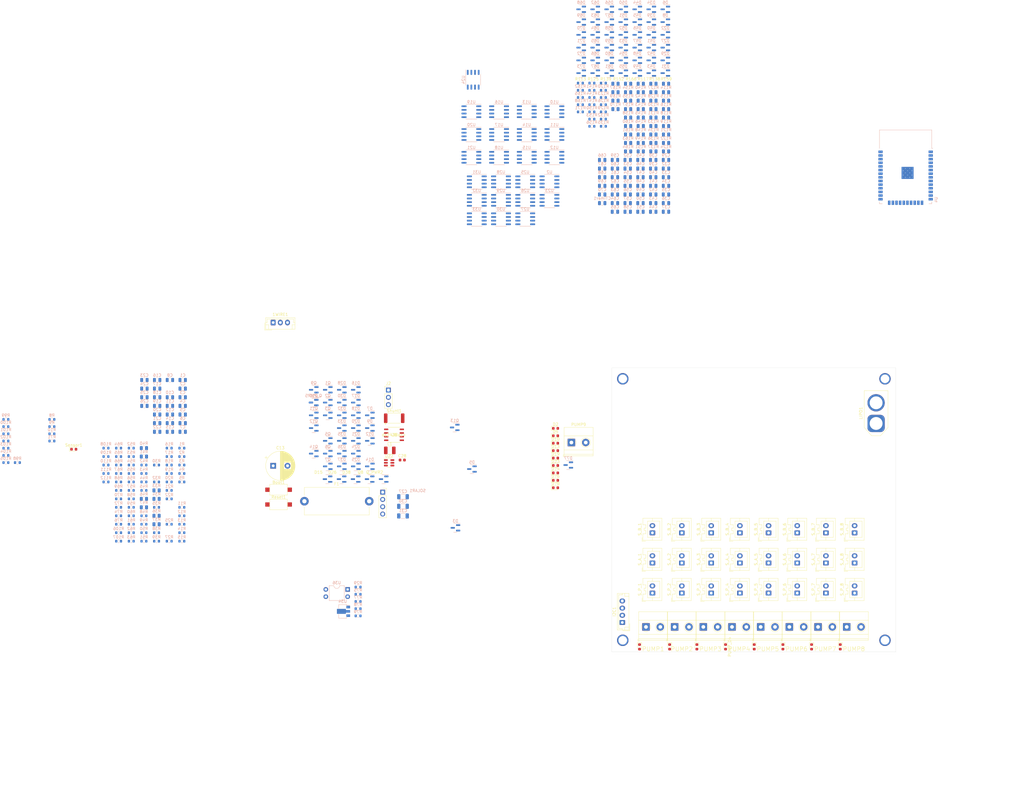
<source format=kicad_pcb>
(kicad_pcb (version 20221018) (generator pcbnew)
  (layers (0 "F.Cu" signal) (31 "B.Cu" signal) (34 "B.Paste" user) (35 "F.Paste" user) (36 "B.SilkS" user "B.Silkscreen") (37 "F.SilkS" user "F.Silkscreen") (38 "B.Mask" user) (39 "F.Mask" user) (44 "Edge.Cuts" user))
  (net 0 "")
  (net 1 "PLANT1_PUMP")
  (net 2 "Net-(U4-IO0)")
  (net 3 "Net-(U4-EN)")
  (net 4 "12V")
  (net 6 "Net-(U6-VSENS-)")
  (net 7 "GND")
  (net 8 "Net-(S_A_1-Pin_1)")
  (net 9 "Net-(U10-CV)")
  (net 10 "PLANT_CTRL_PUMP_0")
  (net 11 "PUMP_PWR")
  (net 12 "PWR_PUMP_CONVERTER")
  (net 13 "3_3V")
  (net 14 "Temp")
  (net 15 "PLANT0_PUMP")
  (net 16 "PWR_SENSORS")
  (net 17 "Net-(S_B_1-Pin_1)")
  (net 18 "PLANT_CTRL_PUMP_1")
  (net 19 "Net-(U6-VAD)")
  (net 20 "Net-(U22-EN)")
  (net 21 "Net-(U22-BST)")
  (net 22 "Net-(U22-SW)")
  (net 23 "Net-(PUMP2-Pin_1)")
  (net 24 "PUMP_ENABLE")
  (net 25 "SENSORS_ENABLE")
  (net 26 "VCC_BATT")
  (net 27 "Net-(PUMP3-Pin_1)")
  (net 28 "Net-(PUMP4-Pin_1)")
  (net 29 "Net-(PUMP1-Pin_1)")
  (net 30 "Net-(PUMP5-Pin_1)")
  (net 31 "Net-(PUMP6-Pin_1)")
  (net 32 "Net-(PUMP7-Pin_1)")
  (net 33 "Net-(PUMP8-Pin_1)")
  (net 34 "SIGNAL_NEXT")
  (net 35 "SerialOut")
  (net 36 "Clock")
  (net 37 "Latch")
  (net 38 "Net-(Q1-G)")
  (net 39 "Net-(D13-A)")
  (net 40 "VCC")
  (net 41 "Net-(Q2-G)")
  (net 42 "SOLAR_IN")
  (net 43 "Rsense+")
  (net 44 "ESP_RX")
  (net 45 "ESP_TX")
  (net 46 "Net-(Boot1-Pad2)")
  (net 47 "VCC_FUSED_ALWAYS")
  (net 48 "PWR_I2C")
  (net 49 "SDA")
  (net 50 "SCL")
  (net 51 "Net-(Q2-D)")
  (net 52 "Net-(Q3-G)")
  (net 53 "Net-(D10-K)")
  (net 54 "Net-(Q5-G)")
  (net 55 "Net-(Q6-G)")
  (net 56 "Net-(Q7-G)")
  (net 57 "Net-(Q8-G)")
  (net 58 "Net-(Q9-G)")
  (net 59 "Net-(Q10-G)")
  (net 60 "Net-(Q11-G)")
  (net 61 "Net-(Q12-G)")
  (net 62 "Net-(Q12-D)")
  (net 63 "Net-(Q13-G)")
  (net 64 "Net-(Q14-G)")
  (net 65 "Net-(D78-A)")
  (net 66 "CentralPump")
  (net 67 "Net-(Q_PWR2-G)")
  (net 68 "Net-(Q_PWR5-G)")
  (net 69 "Net-(C5-Pad2)")
  (net 70 "Net-(I2C2-A)")
  (net 71 "Net-(Sensor1-A)")
  (net 72 "Net-(U11-CV)")
  (net 73 "Net-(D19-A)")
  (net 74 "PUMP1")
  (net 75 "Net-(PUMP_D1-A)")
  (net 76 "Net-(D23-A)")
  (net 77 "PUMP3")
  (net 78 "Net-(PUMP_D3-A)")
  (net 79 "Net-(R1-Pad1)")
  (net 80 "Net-(R14-Pad2)")
  (net 81 "PUMP4")
  (net 82 "Net-(PUMP_D4-A)")
  (net 83 "PUMP5")
  (net 84 "Net-(PUMP_D5-A)")
  (net 85 "PUMP6")
  (net 86 "Net-(PUMP_D6-A)")
  (net 87 "PUMP7")
  (net 88 "Net-(PUMP_D7-A)")
  (net 89 "PUMP8")
  (net 90 "Net-(PUMP_D8-A)")
  (net 91 "PUMP2")
  (net 92 "Net-(PUMP_D2-A)")
  (net 103 "FAULT")
  (net 112 "SIGNAL")
  (net 113 "SerialIn")
  (net 117 "SENSOR1_PUMP_END")
  (net 118 "SENSOR1_A")
  (net 119 "SENSOR1_B")
  (net 120 "SENSOR2_PUMP_END")
  (net 121 "SENSOR2_A")
  (net 122 "SENSOR2_B")
  (net 123 "SENSOR3_PUMP_END")
  (net 124 "SENSOR3_A")
  (net 125 "SENSOR3_B")
  (net 126 "SENSOR4_PUMP_END")
  (net 127 "SENSOR4_A")
  (net 128 "SENSOR4_B")
  (net 129 "SENSOR5_PUMP_END")
  (net 130 "SENSOR5_A")
  (net 131 "SENSOR5_B")
  (net 132 "SENSOR6_PUMP_END")
  (net 133 "SENSOR6_A")
  (net 134 "SENSOR6_B")
  (net 135 "SENSOR7_PUMP_END")
  (net 136 "SENSOR7_A")
  (net 137 "SENSOR7_B")
  (net 138 "SENSOR8_PUMP_END")
  (net 139 "SENSOR8_A")
  (net 140 "SENSOR8_B")
  (net 141 "Net-(D13-K)")
  (net 142 "Net-(R29-Pad2)")
  (net 143 "Net-(D10-A)")
  (net 144 "Net-(D2-K)")
  (net 145 "Net-(SD1-K)")
  (net 146 "Net-(S_P_2-Pin_1)")
  (net 147 "Net-(U12-CV)")
  (net 148 "Net-(S_A_2-Pin_1)")
  (net 149 "Net-(U13-CV)")
  (net 150 "Net-(U2-CV)")
  (net 151 "Net-(S_B_2-Pin_1)")
  (net 152 "Net-(U14-CV)")
  (net 153 "Net-(S_P_3-Pin_1)")
  (net 154 "Net-(U15-CV)")
  (net 155 "Net-(S_A_3-Pin_1)")
  (net 156 "Net-(U16-CV)")
  (net 157 "Net-(S_B_3-Pin_1)")
  (net 158 "Net-(U17-CV)")
  (net 159 "Net-(S_P_4-Pin_1)")
  (net 160 "Net-(U18-CV)")
  (net 161 "Net-(S_A_4-Pin_1)")
  (net 162 "Net-(U19-CV)")
  (net 163 "Net-(S_B_4-Pin_1)")
  (net 164 "Net-(U20-CV)")
  (net 165 "Net-(S_P_5-Pin_1)")
  (net 166 "Net-(U21-CV)")
  (net 167 "Net-(S_A_5-Pin_1)")
  (net 168 "Net-(U23-CV)")
  (net 169 "Net-(P_FAULT1-K)")
  (net 170 "Net-(P_FAULT2-K)")
  (net 171 "Net-(P_FAULT3-K)")
  (net 172 "Net-(P_FAULT4-K)")
  (net 173 "Net-(P_FAULT5-K)")
  (net 174 "Net-(P_FAULT6-K)")
  (net 175 "Net-(P_FAULT7-K)")
  (net 176 "Net-(P_FAULT8-K)")
  (net 177 "Net-(S_B_5-Pin_1)")
  (net 178 "Net-(U24-CV)")
  (net 179 "Net-(S_P_6-Pin_1)")
  (net 180 "Net-(U25-CV)")
  (net 181 "Net-(S_A_6-Pin_1)")
  (net 182 "Net-(U26-CV)")
  (net 183 "Net-(S_B_6-Pin_1)")
  (net 184 "Net-(U27-CV)")
  (net 185 "Net-(S_P_7-Pin_1)")
  (net 186 "Net-(U28-CV)")
  (net 187 "Net-(S_A_7-Pin_1)")
  (net 188 "Net-(U29-CV)")
  (net 189 "Net-(S_B_7-Pin_1)")
  (net 190 "Net-(U30-CV)")
  (net 191 "Net-(S_P_8-Pin_1)")
  (net 192 "Net-(U31-CV)")
  (net 193 "Net-(S_A_8-Pin_1)")
  (net 194 "Net-(U32-CV)")
  (net 195 "Net-(S_B_8-Pin_1)")
  (net 196 "Net-(U33-CV)")
  (net 197 "Net-(S_P_1-Pin_1)")
  (net 198 "Net-(S_P_1-Pin_2)")
  (net 199 "Net-(S_A_1-Pin_2)")
  (net 200 "Net-(S_B_1-Pin_2)")
  (net 201 "Net-(S_P_2-Pin_2)")
  (net 202 "Net-(S_A_2-Pin_2)")
  (net 203 "Net-(S_B_2-Pin_2)")
  (net 204 "Net-(S_P_3-Pin_2)")
  (net 205 "Net-(S_A_3-Pin_2)")
  (net 206 "Net-(S_B_3-Pin_2)")
  (net 207 "Net-(S_P_4-Pin_2)")
  (net 208 "Net-(S_A_4-Pin_2)")
  (net 209 "Net-(S_B_4-Pin_2)")
  (net 210 "Net-(S_P_5-Pin_2)")
  (net 211 "Net-(S_A_5-Pin_2)")
  (net 212 "Net-(S_B_5-Pin_2)")
  (net 213 "Net-(S_P_6-Pin_2)")
  (net 214 "Net-(S_A_6-Pin_2)")
  (net 215 "Net-(S_B_6-Pin_2)")
  (net 216 "Net-(S_P_7-Pin_2)")
  (net 217 "Net-(S_A_7-Pin_2)")
  (net 218 "Net-(S_B_7-Pin_2)")
  (net 219 "Net-(S_P_8-Pin_2)")
  (net 220 "Net-(S_A_8-Pin_2)")
  (net 221 "Net-(S_B_8-Pin_2)")
  (net 222 "Net-(U10-Q)")
  (net 223 "Net-(SD25-K)")
  (net 224 "Net-(U11-Q)")
  (net 225 "Net-(SD26-K)")
  (net 226 "Net-(U12-Q)")
  (net 227 "Net-(SD27-K)")
  (net 228 "Net-(U13-Q)")
  (net 229 "Net-(SD28-K)")
  (net 230 "Net-(U2-Q)")
  (net 231 "Net-(U14-Q)")
  (net 232 "Net-(SD29-K)")
  (net 233 "Net-(U15-Q)")
  (net 234 "Net-(SD30-K)")
  (net 235 "Net-(U16-Q)")
  (net 236 "Net-(SD31-K)")
  (net 237 "Net-(U17-Q)")
  (net 238 "Net-(SD32-K)")
  (net 239 "Net-(U18-Q)")
  (net 240 "Net-(SD33-K)")
  (net 241 "Net-(U19-Q)")
  (net 242 "Net-(SD34-K)")
  (net 243 "Net-(U20-Q)")
  (net 244 "Net-(SD35-K)")
  (net 245 "Net-(U21-Q)")
  (net 246 "Net-(SD36-K)")
  (net 247 "Net-(U23-Q)")
  (net 248 "Net-(SD37-K)")
  (net 249 "Net-(U24-Q)")
  (net 250 "Net-(SD38-K)")
  (net 251 "Net-(U25-Q)")
  (net 252 "Net-(SD39-K)")
  (net 253 "Net-(U26-Q)")
  (net 254 "Net-(SD40-K)")
  (net 255 "Net-(U27-Q)")
  (net 256 "Net-(SD41-K)")
  (net 257 "Net-(U28-Q)")
  (net 258 "Net-(SD42-K)")
  (net 259 "Net-(U29-Q)")
  (net 260 "Net-(SD43-K)")
  (net 261 "Net-(U30-Q)")
  (net 262 "Net-(SD44-K)")
  (net 263 "Net-(U31-Q)")
  (net 264 "Net-(SD45-K)")
  (net 265 "Net-(U32-Q)")
  (net 266 "Net-(SD46-K)")
  (net 267 "Net-(U33-Q)")
  (net 268 "Net-(SD47-K)")
  (net 293 "Net-(D74-K)")
  (net 294 "S_5V")
  (net 295 "Net-(D76-A)")
  (net 296 "Net-(R77-Pad2)")
  (net 297 "IsDay")
  (net 298 "Net-(R78-Pad2)")
  (net 299 "S_GND")
  (net 300 "S_VIN")
  (net 301 "Net-(D76-K)")
  (footprint "Button_Switch_SMD:SW_SPST_CK_RS282G05A3" (layer "F.Cu") (at 53.975 88.285)
    (fp_text reference "Reset1")
    (fp_text value "SW_Push")
  )
  (footprint "LED_SMD:LED_0603_1608Metric" (layer "F.Cu") (at 150.55 66.91)
    (fp_text reference "D10")
    (fp_text value "RED")
  )
  (footprint "Button_Switch_SMD:SW_SPST_CK_RS282G05A3" (layer "F.Cu") (at 53.975 83.135)
    (fp_text reference "Boot1")
    (fp_text value "Boot")
  )
  (footprint "Connector_JST:JST_XA_B02B-XASK-1_1x02_P2.50mm_Vertical" (layer "F.Cu") (at 224.83 119.17 90)
    (fp_text reference "S_P_5")
    (fp_text value "Conn_01x02_Male")
  )
  (footprint "Connector_AMASS:AMASS_XT60-M_1x02_P7.20mm_Vertical" (layer "F.Cu") (at 262.33 60.02 90)
    (fp_text reference "LIPO1")
    (fp_text value "Conn_01x02_Female")
  )
  (footprint "Connector_JST:JST_XA_B02B-XASK-1_1x02_P2.50mm_Vertical" (layer "F.Cu") (at 244.83 98.17 90)
    (fp_text reference "S_B_7")
    (fp_text value "Conn_01x02_Male")
  )
  (footprint "LED_SMD:LED_0603_1608Metric" (layer "F.Cu") (at 150.55 69.5)
    (fp_text reference "D13")
    (fp_text value "GREEN")
  )
  (footprint "Connector_JST:JST_XA_B02B-XASK-1_1x02_P2.50mm_Vertical" (layer "F.Cu") (at 254.83 108.67 90)
    (fp_text reference "S_A_8")
    (fp_text value "Conn_01x02_Male")
  )
  (footprint "Capacitor_THT:CP_Radial_D10.0mm_P5.00mm" (layer "F.Cu") (at 52.089646 74.785)
    (fp_text reference "C13")
    (fp_text value "1000uF")
  )
  (footprint "TerminalBlock_Phoenix:TerminalBlock_Phoenix_MKDS-1,5-2_1x02_P5.00mm_Horizontal" (layer "F.Cu") (at 232.08 130.975)
    (fp_text reference "PUMP6")
    (fp_text value "Conn_01x02")
  )
  (footprint "TerminalBlock_Phoenix:TerminalBlock_Phoenix_MKDS-1,5-2_1x02_P5.00mm_Horizontal" (layer "F.Cu") (at 242.08 130.975)
    (fp_text reference "PUMP7")
    (fp_text value "Conn_01x02")
  )
  (footprint "LED_SMD:LED_0603_1608Metric" (layer "F.Cu") (at 150.55 72.09)
    (fp_text reference "D19")
    (fp_text value "LED_Blue")
  )
  (footprint "TerminalBlock_Phoenix:TerminalBlock_Phoenix_MKDS-1,5-2_1x02_P5.00mm_Horizontal" (layer "F.Cu") (at 156.08 66.67)
    (fp_text reference "PUMP9")
    (fp_text value "Conn_01x02")
  )
  (footprint "Connector_JST:JST_XA_B02B-XASK-1_1x02_P2.50mm_Vertical" (layer "F.Cu") (at 194.58 98.17 90)
    (fp_text reference "S_B_2")
    (fp_text value "Conn_01x02_Male")
  )
  (footprint "LED_SMD:LED_0603_1608Metric" (layer "F.Cu") (at 150.55 79.86)
    (fp_text reference "D76")
    (fp_text value "YELLOW")
  )
  (footprint "Connector_JST:JST_EH_B3B-EH-A_1x03_P2.50mm_Vertical" (layer "F.Cu") (at 52.075 24.835)
    (fp_text reference "1WIRE1")
    (fp_text value "Conn_01x03")
  )
  (footprint "Connector_JST:JST_EH_B4B-EH-A_1x04_P2.50mm_Vertical" (layer "F.Cu") (at 173.83 129.42 90)
    (fp_text reference "I2C1")
    (fp_text value "Conn_01x04")
  )
  (footprint "LED_SMD:LED_0603_1608Metric" (layer "F.Cu") (at 150.55 61.73)
    (fp_text reference "D2")
    (fp_text value "YELLOW")
  )
  (footprint "Inductor_SMD:L_1210_3225Metric" (layer "F.Cu") (at 92.745 69.415)
    (fp_text reference "L1")
    (fp_text value "4.7uH")
  )
  (footprint "LED_SMD:LED_0603_1608Metric" (layer "F.Cu") (at 229.83 137.92 -90)
    (fp_text reference "PUMP_D6" hide)
    (fp_text value "BLUE")
  )
  (footprint "Connector_JST:JST_XA_B02B-XASK-1_1x02_P2.50mm_Vertical" (layer "F.Cu") (at 244.83 119.17 90)
    (fp_text reference "S_P_7")
    (fp_text value "Conn_01x02_Male")
  )
  (footprint "Connector_JST:JST_XA_B02B-XASK-1_1x02_P2.50mm_Vertical" (layer "F.Cu") (at 224.83 108.67 90)
    (fp_text reference "S_A_5")
    (fp_text value "Conn_01x02_Male")
  )
  (footprint "TerminalBlock_Phoenix:TerminalBlock_Phoenix_MKDS-1,5-2_1x02_P5.00mm_Horizontal" (layer "F.Cu") (at 222.08 130.975)
    (fp_text reference "PUMP5")
    (fp_text value "Conn_01x02")
  )
  (footprint "LED_SMD:LED_0603_1608Metric" (layer "F.Cu") (at 190.33 137.92 -90)
    (fp_text reference "PUMP_D2" hide)
    (fp_text value "BLUE")
  )
  (footprint "Connector_JST:JST_XA_B02B-XASK-1_1x02_P2.50mm_Vertical" (layer "F.Cu") (at 184.33 119.17 90)
    (fp_text reference "S_P_1")
    (fp_text value "Conn_01x02_Male")
  )
  (footprint "misc_footprints:ds2438az&plus_" (layer "F.Cu") (at 94.2246 63.9821)
    (fp_text reference "U6")
    (fp_text value "ds2438az+")
  )
  (footprint "TerminalBlock_Phoenix:TerminalBlock_Phoenix_MKDS-1,5-2_1x02_P5.00mm_Horizontal" (layer "F.Cu") (at 212.08 130.975)
    (fp_text reference "PUMP4")
    (fp_text value "Conn_01x02")
  )
  (footprint "LED_SMD:LED_0603_1608Metric" (layer "F.Cu") (at 179.83 137.92 -90)
    (fp_text reference "PUMP_D1" hide)
    (fp_text value "BLUE" hide)
  )
  (footprint "TerminalBlock_Phoenix:TerminalBlock_Phoenix_MKDS-1,5-2_1x02_P5.00mm_Horizontal" (layer "F.Cu") (at 192.08 130.975)
    (fp_text reference "PUMP2")
    (fp_text value "Conn_01x02")
  )
  (footprint "TerminalBlock_Phoenix:TerminalBlock_Phoenix_MKDS-1,5-2_1x02_P5.00mm_Horizontal" (layer "F.Cu") (at 252.08 130.975)
    (fp_text reference "PUMP8")
    (fp_text value "Conn_01x02")
  )
  (footprint "Connector_JST:JST_XA_B02B-XASK-1_1x02_P2.50mm_Vertical" (layer "F.Cu") (at 254.83 119.17 90)
    (fp_text reference "S_P_8")
    (fp_text value "Conn_01x02_Male")
  )
  (footprint "Connector_JST:JST_XA_B02B-XASK-1_1x02_P2.50mm_Vertical" (layer "F.Cu") (at 184.33 108.67 90)
    (fp_text reference "S_A_1")
    (fp_text value "Conn_01x02_Male")
  )
  (footprint "LED_SMD:LED_0603_1608Metric" (layer "F.Cu") (at 209.83 137.92 -90)
    (fp_text reference "PUMP_D4")
    (fp_text value "BLUE")
  )
  (footprint "Connector_JST:JST_XA_B02B-XASK-1_1x02_P2.50mm_Vertical" (layer "F.Cu") (at 234.83 98.17 90)
    (fp_text reference "S_B_6")
    (fp_text value "Conn_01x02_Male")
  )
  (footprint "Connector_JST:JST_XA_B02B-XASK-1_1x02_P2.50mm_Vertical" (layer "F.Cu") (at 194.58 119.17 90)
    (fp_text reference "S_P_2")
    (fp_text value "Conn_01x02_Male")
  )
  (footprint "LED_SMD:LED_0603_1608Metric" (layer "F.Cu") (at 239.83 137.92 -90)
    (fp_text reference "PUMP_D7" hide)
    (fp_text value "BLUE")
  )
  (footprint "Connector_PinSocket_2.54mm:PinSocket_1x04_P2.54mm_Vertical" (layer "F.Cu") (at 90.275 83.985)
    (fp_text reference "SOLAR1")
    (fp_text value "Conn_01x04")
  )
  (footprint "Connector_JST:JST_XA_B02B-XASK-1_1x02_P2.50mm_Vertical" (layer "F.Cu") (at 254.83 98.17 90)
    (fp_text reference "S_B_8")
    (fp_text value "Conn_01x02_Male")
  )
  (footprint "Connector_JST:JST_XA_B02B-XASK-1_1x02_P2.50mm_Vertical" (layer "F.Cu") (at 214.83 119.17 90)
    (fp_text reference "S_P_4")
    (fp_text value "Conn_01x02_Male")
  )
  (footprint "Connector_JST:JST_XA_B02B-XASK-1_1x02_P2.50mm_Vertical" (layer "F.Cu") (at 204.83 119.17 90)
    (fp_text reference "S_P_3")
    (fp_text value "Conn_01x02_Male")
  )
  (footprint "Connector_JST:JST_XA_B02B-XASK-1_1x02_P2.50mm_Vertical" (layer "F.Cu") (at 184.33 98.17 90)
    (fp_text reference "S_B_1")
    (fp_text value "Conn_01x02_Male")
  )
  (footprint "Connector_JST:JST_XA_B02B-XASK-1_1x02_P2.50mm_Vertical" (layer "F.Cu") (at 214.83 108.67 90)
    (fp_text reference "S_A_4")
    (fp_text value "Conn_01x02_Male")
  )
  (footprint "LED_SMD:LED_0603_1608Metric" (layer "F.Cu") (at 150.55 77.27)
    (fp_text reference "D74")
    (fp_text value "GREEN")
  )
  (footprint "Connector_JST:JST_XA_B02B-XASK-1_1x02_P2.50mm_Vertical" (layer "F.Cu") (at 224.83 98.17 90)
    (fp_text reference "S_B_5")
    (fp_text value "Conn_01x02_Male")
  )
  (footprint "LED_SMD:LED_0603_1608Metric" (layer "F.Cu") (at 199.83 137.92 -90)
    (fp_text reference "PUMP_D3" hide)
    (fp_text value "BLUE")
  )
  (footprint "Resistor_SMD:R_2512_6332Metric" (layer "F.Cu") (at 94.285 58.205)
    (fp_text reference "Shunt1")
    (fp_text value "0.025")
  )
  (footprint "LED_SMD:LED_0603_1608Metric" (layer "F.Cu") (at 150.55 82.45)
    (fp_text reference "D78")
    (fp_text value "BLUE")
  )
  (footprint "Connector_PinHeader_2.54mm:PinHeader_1x03_P2.54mm_Vertical" (layer "F.Cu") (at 92.265 48.385)
    (fp_text reference "J2")
    (fp_text value "Conn_01x03_Female")
  )
  (footprint "Connector_JST:JST_XA_B02B-XASK-1_1x02_P2.50mm_Vertical" (layer "F.Cu") (at 204.83 108.67 90)
    (fp_text reference "S_A_3")
    (fp_text value "Conn_01x02_Male")
  )
  (footprint "LED_SMD:LED_0603_1608Metric" (layer "F.Cu") (at 150.55 74.68)
    (fp_text reference "D23")
    (fp_text value "LED")
  )
  (footprint "Connector_JST:JST_XA_B02B-XASK-1_1x02_P2.50mm_Vertical" (layer "F.Cu") (at 234.83 108.67 90)
    (fp_text reference "S_A_6")
    (fp_text value "Conn_01x02_Male")
  )
  (footprint "TerminalBlock_Phoenix:TerminalBlock_Phoenix_MKDS-1,5-2_1x02_P5.00mm_Horizontal" (layer "F.Cu") (at 182.08 130.975)
    (fp_text reference "PUMP1")
    (fp_text value "Conn_01x02")
  )
  (footprint "Connector_JST:JST_XA_B02B-XASK-1_1x02_P2.50mm_Vertical" (layer "F.Cu") (at 194.58 108.67 90)
    (fp_text reference "S_A_2")
    (fp_text value "Conn_01x02_Male")
  )
  (footprint "LED_SMD:LED_0603_1608Metric" (layer "F.Cu") (at -17.455 69.01)
    (fp_text reference "Sensor1")
    (fp_text value "LED_green")
  )
  (footprint "TerminalBlock_Phoenix:TerminalBlock_Phoenix_MKDS-1,5-2_1x02_P5.00mm_Horizontal" (layer "F.Cu") (at 202.08 130.975)
    (fp_text reference "PUMP3")
    (fp_text value "Conn_01x02")
  )
  (footprint "LED_SMD:LED_0603_1608Metric" (layer "F.Cu") (at 219.83 137.92 -90)
    (fp_text reference "PUMP_D5" hide)
    (fp_text value "BLUE")
  )
  (footprint "LED_SMD:LED_0603_1608Metric" (layer "F.Cu") (at 249.83 137.92 -90)
    (fp_text reference "PUMP_D8" hide)
    (fp_text value "BLUE")
  )
  (footprint "Capacitor_SMD:C_0603_1608Metric" (layer "F.Cu") (at 97.095 72.775)
    (fp_text reference "C28")
    (fp_text value "100nF")
  )
  (footprint "Connector_JST:JST_XA_B02B-XASK-1_1x02_P2.50mm_Vertical" (layer "F.Cu") (at 214.83 98.17 90)
    (fp_text reference "S_B_4")
    (fp_text value "Conn_01x02_Male")
  )
  (footprint "Fuse:Fuseholder_Cylinder-5x20mm_Stelvio-Kontek_PTF78_Horizontal_Open" (layer "F.Cu") (at 62.975 87.135)
    (fp_text reference "F1")
    (fp_text value "Fuse")
  )
  (footprint "Connector_JST:JST_XA_B02B-XASK-1_1x02_P2.50mm_Vertical" (layer "F.Cu") (at 244.83 108.67 90)
    (fp_text reference "S_A_7")
    (fp_text value "Conn_01x02_Male")
  )
  (footprint "LED_SMD:LED_0603_1608Metric" (layer "F.Cu") (at 150.55 64.32)
    (fp_text reference "D4")
    (fp_text value "RED")
  )
  (footprint "Package_TO_SOT_SMD:TSOT-23-6" (layer "F.Cu") (at 92.515 73.745)
    (fp_text reference "U22")
    (fp_text value "AP63203")
  )
  (footprint "Connector_JST:JST_XA_B02B-XASK-1_1x02_P2.50mm_Vertical" (layer "F.Cu") (at 234.83 119.17 90)
    (fp_text reference "S_P_6")
    (fp_text value "Conn_01x02_Male")
  )
  (footprint "Connector_JST:JST_XA_B02B-XASK-1_1x02_P2.50mm_Vertical" (layer "F.Cu") (at 204.83 98.17 90)
    (fp_text reference "S_B_3")
    (fp_text value "Conn_01x02_Male")
  )
  (footprint "Resistor_SMD:R_0805_2012Metric" (layer "B.Cu") (at 7.01 68.62 180)
    (fp_text reference "R40")
    (fp_text value "1k")
  )
  (footprint "Resistor_SMD:R_0603_1608Metric" (layer "B.Cu") (at 11.42 80.42 180)
    (fp_text reference "R32")
    (fp_text value "1k")
  )
  (footprint "Package_TO_SOT_SMD:SOT-23" (layer "B.Cu") (at 85.795478 61.635 180)
    (fp_text reference "D9")
    (fp_text value "BAS40-04")
  )
  (footprint "Resistor_SMD:R_0603_1608Metric" (layer "B.Cu") (at 167.23 -56.15 180)
    (fp_text reference "R120")
    (fp_text value "1k")
  )
  (footprint "Package_TO_SOT_SMD:SOT-23" (layer "B.Cu") (at 179.06 -71.04 180)
    (fp_text reference "D47")
    (fp_text value "BAS40-04")
  )
  (footprint "Package_TO_SOT_SMD:SOT-23" (layer "B.Cu") (at 75.944048 79.435 180)
    (fp_text reference "Q8")
    (fp_text value "N-channel 30V 5A")
  )
  (footprint "Resistor_SMD:R_0805_2012Metric" (layer "B.Cu") (at 175.85 -43.69 180)
    (fp_text reference "R160")
    (fp_text value "1k")
  )
  (footprint "Resistor_SMD:R_0805_2012Metric" (layer "B.Cu") (at 175.85 -37.79 180)
    (fp_text reference "R163")
    (fp_text value "1k")
  )
  (footprint "Package_SO:SO-8_3.9x4.9mm_P1.27mm" (layer "B.Cu") (at 150.155 -32.785 180)
    (fp_text reference "U12")
    (fp_text value "TLC555xP")
  )
  (footprint "Capacitor_SMD:C_0805_2012Metric" (layer "B.Cu") (at 166.81 -31.86 180)
    (fp_text reference "C66")
    (fp_text value "100n")
  )
  (footprint "Capacitor_SMD:C_0805_2012Metric" (layer "B.Cu") (at 20.53 47.88 180)
    (fp_text reference "C2")
    (fp_text value "100n")
  )
  (footprint "Resistor_SMD:R_0603_1608Metric" (layer "B.Cu") (at 20.24 92.22 180)
    (fp_text reference "R12")
    (fp_text value "2k2")
  )
  (footprint "Capacitor_SMD:C_0805_2012Metric" (layer "B.Cu") (at 20.53 59.92 180)
    (fp_text reference "C6")
    (fp_text value "22uf")
  )
  (footprint "Resistor_SMD:R_0603_1608Metric" (layer "B.Cu") (at 20.24 71.57 180)
    (fp_text reference "R2")
    (fp_text value "1k")
  )
  (footprint "Package_SO:SO-8_3.9x4.9mm_P1.27mm" (layer "B.Cu") (at 139.98 -11.34 180)
    (fp_text reference "U27")
    (fp_text value "TLC555xP")
  )
  (footprint "Resistor_SMD:R_0805_2012Metric" (layer "B.Cu") (at 184.67 -55.49 180)
    (fp_text reference "R127")
    (fp_text value "1k")
  )
  (footprint "Resistor_SMD:R_0603_1608Metric" (layer "B.Cu") (at 15.83 83.37 180)
    (fp_text reference "R21")
    (fp_text value "1k")
  )
  (footprint "Resistor_SMD:R_0603_1608Metric" (layer "B.Cu") (at 167.23 -46.11 180)
    (fp_text reference "R132")
    (fp_text value "1k")
  )
  (footprint "Resistor_SMD:R_0805_2012Metric" (layer "B.Cu") (at 180.26 -52.54 180)
    (fp_text reference "R142")
    (fp_text value "1k")
  )
  (footprint "Capacitor_SMD:C_0805_2012Metric" (layer "B.Cu") (at 166.81 -19.82 180)
    (fp_text reference "C70")
    (fp_text value "100n")
  )
  (footprint "Resistor_SMD:R_0603_1608Metric" (layer "B.Cu") (at -41.11881 73.67 180)
    (fp_text reference "R105")
    (fp_text value "1k")
  )
  (footprint "Package_TO_SOT_SMD:SOT-23" (layer "B.Cu") (at 80.905478 57.185 180)
    (fp_text reference "D18")
    (fp_text value "BAS40-04")
  )
  (footprint "Capacitor_SMD:C_0805_2012Metric" (layer "B.Cu") (at 171.26 -19.82 180)
    (fp_text reference "C63")
    (fp_text value "100n")
  )
  (footprint "Capacitor_SMD:C_0805_2012Metric" (layer "B.Cu") (at 184.61 -31.86 180)
    (fp_text reference "C38")
    (fp_text value "100n")
  )
  (footprint "Capacitor_SMD:C_0805_2012Metric" (layer "B.Cu") (at 16.08 44.87 180)
    (fp_text reference "C8")
    (fp_text value "22uf")
  )
  (footprint "Resistor_SMD:R_0603_1608Metric" (layer "B.Cu") (at 2.6 98.12 180)
    (fp_text reference "R62")
    (fp_text value "10k")
  )
  (footprint "Package_TO_SOT_SMD:SOT-23" (layer "B.Cu") (at 174.17 -84.39 180)
    (fp_text reference "D50")
    (fp_text value "BAS40-04")
  )
  (footprint "Resistor_SMD:R_0603_1608Metric" (layer "B.Cu") (at 163.22 -51.13 180)
    (fp_text reference "R147")
    (fp_text value "1k")
  )
  (footprint "Package_TO_SOT_SMD:SOT-23" (layer "B.Cu") (at 174.17 -79.94 180)
    (fp_text reference "D51")
    (fp_text value "BAS40-04")
  )
  (footprint "Capacitor_SMD:C_0805_2012Metric" (layer "B.Cu") (at 166.81 -22.83 180)
    (fp_text reference "C69")
    (fp_text value "100n")
  )
  (footprint "Package_TO_SOT_SMD:SOT-23" (layer "B.Cu") (at 76.015478 70.535 180)
    (fp_text reference "D36")
    (fp_text value "BAS40-04")
  )
  (footprint "Resistor_SMD:R_0603_1608Metric" (layer "B.Cu") (at 2.6 95.17 180)
    (fp_text reference "R61")
    (fp_text value "1k")
  )
  (footprint "Resistor_SMD:R_0603_1608Metric" (layer "B.Cu") (at 20.24 80.42 180)
    (fp_text reference "R5")
    (fp_text value "5k")
  )
  (footprint "Resistor_SMD:R_0603_1608Metric" (layer "B.Cu") (at 163.22 -53.64 180)
    (fp_text reference "R144")
    (fp_text value "1k")
  )
  (footprint "Resistor_SMD:R_0603_1608Metric" (layer "B.Cu") (at 15.83 71.57 180)
    (fp_text reference "R17")
    (fp_text value "1k")
  )
  (footprint "Package_TO_SOT_SMD:SOT-23" (layer "B.Cu") (at 183.95 -62.14 180)
    (fp_text reference "D43")
    (fp_text value "BAS40-04")
  )
  (footprint "RF_Module:ESP32-WROOM-32" (layer "B.Cu") (at 272.625 -26.445 180)
    (fp_text reference "U4")
    (fp_text value "ESP32-WROOM-32D")
  )
  (footprint "Capacitor_SMD:C_0805_2012Metric" (layer "B.Cu") (at 175.71 -13.8 180)
    (fp_text reference "C58")
    (fp_text value "100n")
  )
  (footprint "Capacitor_SMD:C_0805_2012Metric" (layer "B.Cu") (at 180.16 -13.8 180)
    (fp_text reference "C51")
    (fp_text value "100n")
  )
  (footprint "Resistor_SMD:R_0805_2012Metric" (layer "B.Cu") (at 7.01 71.57 180)
    (fp_text reference "R41")
    (fp_text value "1k")
  )
  (footprint "Resistor_SMD:R_0603_1608Metric" (layer "B.Cu") (at 7.01 95.17 180)
    (fp_text reference "R49")
    (fp_text value "1k")
  )
  (footprint "Capacitor_SMD:C_0805_2012Metric" (layer "B.Cu") (at 184.61 -19.82 180)
    (fp_text reference "C42")
    (fp_text value "100n")
  )
  (footprint "Resistor_SMD:R_0603_1608Metric" (layer "B.Cu") (at 2.6 92.22 180)
    (fp_text reference "R60")
    (fp_text value "5k")
  )
  (footprint "Resistor_SMD:R_0805_2012Metric" (layer "B.Cu") (at 11.42 83.37 180)
    (fp_text reference "R33")
    (fp_text value "1k")
  )
  (footprint "Capacitor_SMD:C_0805_2012Metric" (layer "B.Cu") (at 171.26 -25.84 180)
    (fp_text reference "C61")
    (fp_text value "100n")
  )
  (footprint "Capacitor_SMD:C_0805_2012Metric" (layer "B.Cu") (at 180.16 -28.85 180)
    (fp_text reference "C46")
    (fp_text value "100n")
  )
  (footprint "Resistor_SMD:R_0603_1608Metric" (layer "B.Cu") (at 2.6 83.37 180)
    (fp_text reference "R57")
    (fp_text value "5k")
  )
  (footprint "Resistor_SMD:R_0603_1608Metric" (layer "B.Cu") (at -41.11881 63.63 180)
    (fp_text reference "R101")
    (fp_text value "1k")
  )
  (footprint "Capacitor_SMD:C_0805_2012Metric" (layer "B.Cu") (at 11.63 56.91 180)
    (fp_text reference "C20")
    (fp_text value "100n")
  )
  (footprint "Package_TO_SOT_SMD:SOT-23" (layer "B.Cu") (at 164.39 -66.59 180)
    (fp_text reference "D66")
    (fp_text value "BAS40-04")
  )
  (footprint "Package_TO_SOT_SMD:SOT-23" (layer "B.Cu") (at 76.015478 52.735 180)
    (fp_text reference "D30")
    (fp_text value "BAS40-04")
  )
  (footprint "Capacitor_SMD:C_1206_3216Metric" (layer "B.Cu") (at 97.355 92.27 180)
    (fp_text reference "C31")
    (fp_text value "22uF")
  )
  (footprint "Resistor_SMD:R_0603_1608Metric" (layer "B.Cu") (at 2.6 80.42 180)
    (fp_text reference "R56")
    (fp_text value "10k")
  )
  (footprint "Resistor_SMD:R_0603_1608Metric" (layer "B.Cu") (at 15.83 95.17 180)
    (fp_text reference "R25")
    (fp_text value "10k")
  )
  (footprint "Resistor_SMD:R_0603_1608Metric" (layer "B.Cu") (at 81.690356 117.075 180)
    (fp_text reference "R29")
    (fp_text value "1k")
  )
  (footprint "Package_TO_SOT_SMD:SOT-23" (layer "B.Cu") (at 80.834048 79.435 180)
    (fp_text reference "D38")
    (fp_text value "BAS40-04")
  )
  (footprint "Resistor_SMD:R_0603_1608Metric" (layer "B.Cu") (at 11.42 89.27 180)
    (fp_text reference "R35")
    (fp_text value "1k")
  )
  (footprint "Resistor_SMD:R_0603_1608Metric" (layer "B.Cu") (at 81.690356 119.585 180)
    (fp_text reference "R75")
    (fp_text value "1k")
  )
  (footprint "Package_TO_SOT_SMD:SOT-23" (layer "B.Cu") (at 85.795478 66.085 180)
    (fp_text reference "D12")
    (fp_text value "BAS40-04")
  )
  (footprint "Resistor_SMD:R_0805_2012Metric" (layer "B.Cu") (at 180.26 -55.49 180)
    (fp_text reference "R140")
    (fp_text value "1k")
  )
  (footprint "Resistor_SMD:R_0805_2012Metric" (layer "B.Cu") (at 11.42 92.22 180)
    (fp_text reference "R36")
    (fp_text value "1k")
  )
  (footprint "Package_DIP:DIP-4_W7.62mm" (layer "B.Cu") (at 78.060356 117.895 180)
    (fp_text reference "U36")
    (fp_text value "PC817")
  )
  (footprint "Capacitor_SMD:C_0805_2012Metric" (layer "B.Cu") (at 16.08 59.92 180)
    (fp_text reference "C14")
    (fp_text value "22uf")
  )
  (footprint "Resistor_SMD:R_0805_2012Metric" (layer "B.Cu") (at 184.67 -40.74 180)
    (fp_text reference "R134")
    (fp_text value "1k")
  )
  (footprint "Resistor_SMD:R_0805_2012Metric" (layer "B.Cu") (at 175.85 -40.74 180)
    (fp_text reference "R161")
    (fp_text value "1k")
  )
  (footprint "Resistor_SMD:R_0603_1608Metric" (layer "B.Cu") (at 20.24 74.52 180)
    (fp_text reference "R3")
    (fp_text value "10k")
  )
  (footprint "Resistor_SMD:R_0603_1608Metric" (layer "B.Cu") (at 15.83 74.52 180)
    (fp_text reference "R18")
    (fp_text value "270")
  )
  (footprint "Package_TO_SOT_SMD:SOT-23" (layer "B.Cu") (at 159.5 -84.39 180)
    (fp_text reference "D68")
    (fp_text value "BAS40-04")
  )
  (footprint "Resistor_SMD:R_0603_1608Metric" (layer "B.Cu") (at 159.21 -56.15 180)
    (fp_text reference "R162")
    (fp_text value "1k")
  )
  (footprint "Package_SO:SO-8_3.9x4.9mm_P1.27mm" (layer "B.Cu") (at 139.98 -24.24 180)
    (fp_text reference "U25")
    (fp_text value "TLC555xP")
  )
  (footprint "Resistor_SMD:R_0603_1608Metric" (layer "B.Cu") (at 11.42 101.07 180)
    (fp_text reference "R39")
    (fp_text value "1k")
  )
  (footprint "Package_TO_SOT_SMD:SOT-23" (layer "B.Cu") (at 76.015478 66.085 180)
    (fp_text reference "D35")
    (fp_text value "BAS40-04")
  )
  (footprint "Package_TO_SOT_SMD:SOT-23" (layer "B.Cu") (at 66.235478 52.735 180)
    (fp_text reference "Q10")
    (fp_text value "N-channel 30V 5A")
  )
  (footprint "Package_SO:SO-8_3.9x4.9mm_P1.27mm" (layer "B.Cu") (at 121.205 -40.735 180)
    (fp_text reference "U20")
    (fp_text value "TLC555xP")
  )
  (footprint "Capacitor_SMD:C_0805_2012Metric" (layer "B.Cu") (at 180.16 -19.82 180)
    (fp_text reference "C49")
    (fp_text value "100n")
  )
  (footprint "Resistor_SMD:R_0805_2012Metric" (layer "B.Cu") (at 180.26 -49.59 180)
    (fp_text reference "R143")
    (fp_text value "1k")
  )
  (footprint "Resistor_SMD:R_0603_1608Metric" (layer "B.Cu") (at -6.22 74.52 180)
    (fp_text reference "R110")
    (fp_text value "1k")
  )
  (footprint "Resistor_SMD:R_0603_1608Metric" (layer "B.Cu") (at -1.81 98.12 180)
    (fp_text reference "R106")
    (fp_text value "2.2Ohm (90mW loss)")
  )
  (footprint "Resistor_SMD:R_0603_1608Metric" (layer "B.Cu") (at 163.22 -56.15 180)
    (fp_text reference "R141")
    (fp_text value "1k")
  )
  (footprint "Resistor_SMD:R_0603_1608Metric" (layer "B.Cu") (at 167.23 -51.13 180)
    (fp_text reference "R126")
    (fp_text value "1k")
  )
  (footprint "Package_SO:SO-8_3.9x4.9mm_P1.27mm" (layer "B.Cu") (at 130.855 -48.685 180)
    (fp_text reference "U16")
    (fp_text value "TLC555xP")
  )
  (footprint "Capacitor_SMD:C_0805_2012Metric" (layer "B.Cu") (at 7.18 47.88 180)
    (fp_text reference "C24")
    (fp_text value "22uf")
  )
  (footprint "Resistor_SMD:R_0603_1608Metric" (layer "B.Cu") (at -6.22 71.57 180)
    (fp_text reference "R109")
    (fp_text value "5k")
  )
  (footprint "Resistor_SMD:R_0603_1608Metric" (layer "B.Cu") (at -41.11881 68.65 180)
    (fp_text reference "R103")
    (fp_text value "1k")
  )
  (footprint "Resistor_SMD:R_0603_1608Metric" (layer "B.Cu") (at 163.22 -43.6 180)
    (fp_text reference "R156")
    (fp_text value "1k")
  )
  (footprint "Capacitor_SMD:C_1206_3216Metric" (layer "B.Cu") (at 97.355 85.57 180)
    (fp_text reference "C27")
    (fp_text value "10uF")
  )
  (footprint "Resistor_SMD:R_0805_2012Metric" (layer "B.Cu") (at 175.85 -34.84 180)
    (fp_text reference "R164")
    (fp_text value "1k")
  )
  (footprint "Resistor_SMD:R_0805_2012Metric" (layer "B.Cu") (at 189.08 -40.74 180)
    (fp_text reference "R121")
    (fp_text value "1k")
  )
  (footprint "Resistor_SMD:R_0805_2012Metric" (layer "B.Cu") (at 180.26 -58.44 180)
    (fp_text reference "R139")
    (fp_text value "1k")
  )
  (footprint "Resistor_SMD:R_0603_1608Metric" (layer "B.Cu") (at 7.01 98.12 180)
    (fp_text reference "R50")
    (fp_text value "10k")
  )
  (footprint "Package_TO_SOT_SMD:SOT-23" (layer "B.Cu") (at 174.17 -75.49 180)
    (fp_text reference "D52")
    (fp_text value "BAS40-04")
  )
  (footprint "Resistor_SMD:R_0603_1608Metric" (layer "B.Cu") (at 163.22 -58.66 180)
    (fp_text reference "R138")
    (fp_text value "1k")
  )
  (footprint "Package_SO:SO-8_3.9x4.9mm_P1.27mm" (layer "B.Cu") (at 148.43 -17.79 180)
    (fp_text reference "U23")
    (fp_text value "TLC555xP")
  )
  (footprint "Package_TO_SOT_SMD:SOT-23" (layer "B.Cu") (at 115.3925 61.42 180)
    (fp_text reference "Q13")
    (fp_text value "N-channel 30V 5A")
  )
  (footprint "Resistor_SMD:R_0805_2012Metric" (layer "B.Cu") (at 171.44 -58.44 180)
    (fp_text reference "R166")
    (fp_text value "1k")
  )
  (footprint "Resistor_SMD:R_0603_1608Metric" (layer "B.Cu") (at -6.22 68.62 180)
    (fp_text reference "R108")
    (fp_text value "10k")
  )
  (footprint "Resistor_SMD:R_0805_2012Metric" (layer "B.Cu") (at 180.26 -34.84 180)
    (fp_text reference "R151")
    (fp_text value "1k")
  )
  (footprint "Package_SO:SO-8_3.9x4.9mm_P1.27mm" (layer "B.Cu") (at 121.205 -48.685 180)
    (fp_text reference "U19")
    (fp_text value "TLC555xP")
  )
  (footprint "Resistor_SMD:R_0603_1608Metric" (layer "B.Cu") (at 163.22 -46.11 180)
    (fp_text reference "R153")
    (fp_text value "1k")
  )
  (footprint "Package_TO_SOT_SMD:SOT-23" (layer "B.Cu") (at 169.28 -84.39 180)
    (fp_text reference "D56")
    (fp_text value "BAS40-04")
  )
  (footprint "Package_TO_SOT_SMD:SOT-23" (layer "B.Cu") (at 115.6425 96.42 180)
    (fp_text reference "D3")
    (fp_text value "BAS40-04")
  )
  (footprint "Capacitor_SMD:C_0805_2012Metric" (layer "B.Cu") (at 166.81 -16.81 180)
    (fp_text reference "CTimer1")
    (fp_text value "100n")
  )
  (footprint "Package_SO:SO-8_3.9x4.9mm_P1.27mm" (layer "B.Cu") (at 140.505 -48.685 180)
    (fp_text reference "U13")
    (fp_text value "TLC555xP")
  )
  (footprint "Resistor_SMD:R_0603_1608Metric" (layer "B.Cu") (at 20.24 101.07 180)
    (fp_text reference "R15")
    (fp_text value "1k")
  )
  (footprint "Package_TO_SOT_SMD:SOT-23" (layer "B.Cu") (at 188.84 -84.39 180)
    (fp_text reference "D6")
    (fp_text value "BAS40-04")
  )
  (footprint "Capacitor_SMD:C_0805_2012Metric" (layer "B.Cu") (at 171.26 -13.8 180)
    (fp_text reference "C65")
    (fp_text value "100n")
  )
  (footprint "Package_TO_SOT_SMD:SOT-23" (layer "B.Cu") (at 169.28 -75.49 180)
    (fp_text reference "D58")
    (fp_text value "BAS40-04")
  )
  (footprint "Package_TO_SOT_SMD:SOT-23" (layer "B.Cu") (at 66.235478 48.285 180)
    (fp_text reference "Q9")
    (fp_text value "N-channel 30V 5A")
  )
  (footprint "Package_TO_SOT_SMD:SOT-23" (layer "B.Cu") (at 66.235478 57.185 180)
    (fp_text reference "Q11")
    (fp_text value "N-channel 30V 5A")
  )
  (footprint "Resistor_SMD:R_0603_1608Metric" (layer "B.Cu") (at 7.01 83.37 180)
    (fp_text reference "R45")
    (fp_text value "10k")
  )
  (footprint "Capacitor_SMD:C_0805_2012Metric" (layer "B.Cu") (at 189.06 -22.83 180)
    (fp_text reference "C34")
    (fp_text value "100n")
  )
  (footprint "Resistor_SMD:R_0603_1608Metric" (layer "B.Cu") (at 2.6 86.32 180)
    (fp_text reference "R58")
    (fp_text value "1k")
  )
  (footprint "Resistor_SMD:R_0603_1608Metric" (layer "B.Cu") (at 7.01 80.42 180)
    (fp_text reference "R44")
    (fp_text value "1k")
  )
  (footprint "Package_TO_SOT_SMD:SOT-23" (layer "B.Cu") (at 80.905478 74.985 180)
    (fp_text reference "D25")
    (fp_text value "BAS40-04")
  )
  (footprint "Package_SO:SO-8_3.9x4.9mm_P1.27mm" (layer "B.Cu") (at 123.08 -17.79 180)
    (fp_text reference "U32")
    (fp_text value "TLC555xP")
  )
  (footprint "Capacitor_SMD:C_0805_2012Metric" (layer "B.Cu") (at 184.61 -16.81 180)
    (fp_text reference "C43")
    (fp_text value "100n")
  )
  (footprint "Resistor_SMD:R_0603_1608Metric" (layer "B.Cu") (at 81.690356 124.605 180)
    (fp_text reference "R78")
    (fp_text value "1k")
  )
  (footprint "Resistor_SMD:R_0603_1608Metric" (layer "B.Cu") (at 2.6 89.27 180)
    (fp_text reference "R59")
    (fp_text value "10k")
  )
  (footprint "Resistor_SMD:R_0805_2012Metric" (layer "B.Cu") (at 171.44 -49.59 180)
    (fp_text reference "R170")
    (fp_text value "1k")
  )
  (footprint "Package_SO:SO-8_3.9x4.9mm_P1.27mm" (layer "B.Cu") (at 130.855 -40.735 180)
    (fp_text reference "U17")
    (fp_text value "TLC555xP")
  )
  (footprint "Resistor_SMD:R_0603_1608Metric" (layer "B.Cu") (at 20.24 77.47 180)
    (fp_text reference "R4")
    (fp_text value "1k")
  )
  (footprint "Capacitor_SMD:C_0805_2012Metric" (layer "B.Cu") (at 20.53 44.87 180)
    (fp_text reference "C1")
    (fp_text value "100n")
  )
  (footprint "Capacitor_SMD:C_0805_2012Metric" (layer "B.Cu") (at 20.53 62.93 180)
    (fp_text reference "C7")
    (fp_text value "22uf")
  )
  (footprint "Resistor_SMD:R_0805_2012Metric" (layer "B.Cu") (at 189.08 -43.69 180)
    (fp_text reference "R119")
    (fp_text value "1k")
  )
  (footprint "Package_SO:SO-8_3.9x4.9mm_P1.27mm" (layer "B.Cu") (at 150.155 -48.685 180)
    (fp_text reference "U10")
    (fp_text value "TLC555xP")
  )
  (footprint "Resistor_SMD:R_0603_1608Metric" (layer "B.Cu") (at 81.690356 127.115 180)
    (fp_text reference "R79")
    (fp_text value "10k")
  )
  (footprint "Package_TO_SOT_SMD:SOT-23" (layer "B.Cu") (at 188.84 -71.04 180)
    (fp_text reference "D27")
    (fp_text value "BAS40-04")
  )
  (footprint "Package_SO:SO-8_3.9x4.9mm_P1.27mm" (layer "B.Cu") (at 123.08 -24.24 180)
    (fp_text reference "U31")
    (fp_text value "TLC555xP")
  )
  (footprint "Resistor_SMD:R_0603_1608Metric" (layer "B.Cu") (at 11.42 98.12 180)
    (fp_text reference "R38")
    (fp_text value "10k")
  )
  (footprint "Resistor_SMD:R_0603_1608Metric" (layer "B.Cu") (at 20.24 68.62 180)
    (fp_text reference "R1")
    (fp_text value "1k")
  )
  (footprint "Package_TO_SOT_SMD:SOT-23" (layer "B.Cu") (at 169.28 -66.59 180)
    (fp_text reference "D60")
    (fp_text value "BAS40-04")
  )
  (footprint "Capacitor_SMD:C_0805_2012Metric" (layer "B.Cu") (at 189.06 -19.82 180)
    (fp_text reference "C35")
    (fp_text value "100n")
  )
  (footprint "Package_TO_SOT_SMD:SOT-23" (layer "B.Cu") (at 183.95 -71.04 180)
    (fp_text reference "D41")
    (fp_text value "BAS40-04")
  )
  (footprint "Resistor_SMD:R_0805_2012Metric" (layer "B.Cu") (at 184.67 -52.54 180)
    (fp_text reference "R128")
    (fp_text value "1k")
  )
  (footprint "Capacitor_SMD:C_0805_2012Metric" (layer "B.Cu") (at 180.16 -16.81 180)
    (fp_text reference "C50")
    (fp_text value "100n")
  )
  (footprint "Package_TO_SOT_SMD:SOT-23" (layer "B.Cu") (at 183.95 -66.59 180)
    (fp_text reference "D42")
    (fp_text value "BAS40-04")
  )
  (footprint "Package_TO_SOT_SMD:SOT-23" (layer "B.Cu") (at 169.28 -79.94 180)
    (fp_text reference "D57")
    (fp_text value "BAS40-04")
  )
  (footprint "Capacitor_SMD:C_0805_2012Metric" (layer "B.Cu") (at 20.53 50.89 180)
    (fp_text reference "C3")
    (fp_text value "22uf")
  )
  (footprint "Package_TO_SOT_SMD:SOT-23" (layer "B.Cu") (at 164.39 -75.49 180)
    (fp_text reference "D64")
    (fp_text value "BAS40-04")
  )
  (footprint "Capacitor_SMD:C_0805_2012Metric" (layer "B.Cu") (at 11.63 44.87 180)
    (fp_text reference "C16")
    (fp_text value "100n")
  )
  (footprint "Package_TO_SOT_SMD:SOT-23" (layer "B.Cu") (at 80.905478 52.735 180)
    (fp_text reference "D17")
    (fp_text value "BAS40-04")
  )
  (footprint "Resistor_SMD:R_0603_1608Metric" (layer "B.Cu") (at -1.81 83.37 180)
    (fp_text reference "R69")
    (fp_text value "5k")
  )
  (footprint "Package_SO:SO-8_3.9x4.9mm_P1.27mm" (layer "B.Cu") (at 131.53 -24.24 180)
    (fp_text reference "U28")
    (fp_text value "TLC555xP")
  )
  (footprint "Package_TO_SOT_SMD:SOT-23" (layer "B.Cu") (at 66.235478 70.535 180)
    (fp_text reference "Q14")
    (fp_text value "N-channel 30V 5A")
  )
  (footprint "Resistor_SMD:R_0603_1608Metric" (layer "B.Cu") (at 159.21 -53.64 180)
    (fp_text reference "R165")
    (fp_text value "1k")
  )
  (footprint "Resistor_SMD:R_0805_2012Metric" (layer "B.Cu") (at 189.08 -37.79 180)
    (fp_text reference "R122")
    (fp_text value "1k")
  )
  (footprint "Package_TO_SOT_SMD:SOT-23" (layer "B.Cu") (at 164.39 -62.14 180)
    (fp_text reference "D67")
    (fp_text value "BAS40-04")
  )
  (footprint "Package_TO_SOT_SMD:SOT-23" (layer "B.Cu") (at 80.905478 48.285 180)
    (fp_text reference "D16")
    (fp_text value "BAS40-04")
  )
  (footprint "Package_TO_SOT_SMD:SOT-23" (layer "B.Cu") (at 188.84 -75.49 180)
    (fp_text reference "D22")
    (fp_text value "BAS40-04")
  )
  (footprint "Capacitor_SMD:C_0805_2012Metric" (layer "B.Cu") (at 189.06 -28.85 180)
    (fp_text reference "C32")
    (fp_text value "100n")
  )
  (footprint "Resistor_SMD:R_0603_1608Metric" (layer "B.Cu") (at 7.01 77.47 180)
    (fp_text reference "R43")
    (fp_text value "1k")
  )
  (footprint "Package_TO_SOT_SMD:SOT-23" (layer "B.Cu") (at 155 74.52 180)
    (fp_text reference "D77")
    (fp_text value "BAS40-04")
  )
  (footprint "Package_SO:SO-8_3.9x4.9mm_P1.27mm" (layer "B.Cu") (at 140.505 -32.785 180)
    (fp_text reference "U15")
    (fp_text value "TLC555xP")
  )
  (footprint "Resistor_SMD:R_0603_1608Metric" (layer "B.Cu") (at 167.23 -58.66 180)
    (fp_text reference "R117")
    (fp_text value "1k")
  )
  (footprint "Package_TO_SOT_SMD:SOT-23" (layer "B.Cu") (at 188.84 -79.94 180)
    (fp_text reference "D8")
    (fp_text value "BAS40-04")
  )
  (footprint "Resistor_SMD:R_0603_1608Metric" (layer "B.Cu") (at 11.42 74.52 180)
    (fp_text reference "R30")
    (fp_text value "100k")
  )
  (footprint "Resistor_SMD:R_0603_1608Metric" (layer "B.Cu") (at 7.01 74.52 180)
    (fp_text reference "R42")
    (fp_text value "1k")
  )
  (footprint "Resistor_SMD:R_0603_1608Metric" (layer "B.Cu") (at -1.81 101.07 180)
    (fp_text reference "R107")
    (fp_text value "1k")
  )
  (footprint "Capacitor_SMD:C_0805_2012Metric" (layer "B.Cu") (at 175.71 -22.83 180)
    (fp_text reference "C55")
    (fp_text value "100n")
  )
  (footprint "Package_TO_SOT_SMD:SOT-23" (layer "B.Cu") (at 76.015478 48.285 180)
    (fp_text reference "D28")
    (fp_text value "BAS40-04")
  )
  (footprint "Package_TO_SOT_SMD:SOT-23" (layer "B.Cu") (at 183.95 -75.49 180)
    (fp_text reference "D40")
    (fp_text value "BAS40-04")
  )
  (footprint "Package_TO_SOT_SMD:SOT-23" (layer "B.Cu") (at 76.015478 61.635 180)
    (fp_text reference "D33")
    (fp_text value "BAS40-04")
  )
  (footprint "Package_TO_SOT_SMD:SOT-23" (layer "B.Cu") (at 188.84 -66.59 180)
    (fp_text reference "D29")
    (fp_text value "BAS40-04")
  )
  (footprint "Resistor_SMD:R_0603_1608Metric" (layer "B.Cu") (at -1.81 80.42 180)
    (fp_text reference "R68")
    (fp_text value "10k")
  )
  (footprint "Resistor_SMD:R_0603_1608Metric" (layer "B.Cu") (at 163.22 -48.62 180)
    (fp_text reference "R150")
    (fp_text value "1k")
  )
  (footprint "Resistor_SMD:R_0603_1608Metric" (layer "B.Cu") (at 167.23 -53.64 180)
    (fp_text reference "R123")
    (fp_text value "1k")
  )
  (footprint "Package_SO:SO-8_3.9x4.9mm_P1.27mm" (layer "B.Cu") (at 131.53 -11.34 180)
    (fp_text reference "U30")
    (fp_text value "TLC555xP")
  )
  (footprint "Resistor_SMD:R_0805_2012Metric" (layer "B.Cu") (at 11.42 86.32 180)
    (fp_text reference "R34")
    (fp_text value "1k")
  )
  (footprint "Resistor_SMD:R_0603_1608Metric" (layer "B.Cu") (at 7.01 101.07 180)
    (fp_text reference "R51")
    (fp_text value "1k")
  )
  (footprint "Package_SO:SO-8_3.9x4.9mm_P1.27mm" (layer "B.Cu") (at 131.53 -17.79 180)
    (fp_text reference "U29")
    (fp_text value "TLC555xP")
  )
  (footprint "Package_SO:SO-8_3.9x4.9mm_P1.27mm" (layer "B.Cu") (at 139.98 -17.79 180)
    (fp_text reference "U26")
    (fp_text value "TLC555xP")
  )
  (footprint "Resistor_SMD:R_0603_1608Metric" (layer "B.Cu") (at -1.81 68.62 180)
    (fp_text reference "R64")
    (fp_text value "1k")
  )
  (footprint "Package_TO_SOT_SMD:SOT-23" (layer "B.Cu") (at 71.125478 66.085 180)
    (fp_text reference "Q5")
    (fp_text value "N-channel 30V 5A")
  )
  (footprint "Capacitor_SMD:C_0805_2012Metric" (layer "B.Cu") (at 171.26 -28.85 180)
    (fp_text reference "C60")
    (fp_text value "100n")
  )
  (footprint "Resistor_SMD:R_0805_2012Metric" (layer "B.Cu") (at 7.01 89.27 180)
    (fp_text reference "R47")
    (fp_text value "1k")
  )
  (footprint "Package_SO:SO-8_3.9x4.9mm_P1.27mm" (layer "B.Cu") (at 121.83 -59.83 -90)
    (fp_text reference "U24")
    (fp_text value "TLC555xP")
  )
  (footprint "Capacitor_SMD:C_0805_2012Metric" (layer "B.Cu") (at 166.81 -25.84 180)
    (fp_text reference "C68")
    (fp_text value "100n")
  )
  (footprint "Capacitor_SMD:C_0805_2012Metric" (layer "B.Cu") (at 175.71 -31.86 180)
    (fp_text reference "C52")
    (fp_text value "100n")
  )
  (footprint "Resistor_SMD:R_0603_1608Metric" (layer "B.Cu") (at 81.690356 122.095 180)
    (fp_text reference "R77")
    (fp_text value "1k")
  )
  (footprint "Resistor_SMD:R_0603_1608Metric" (layer "B.Cu") (at -37.10881 73.67 180)
    (fp_text reference "R98")
    (fp_text value "1k")
  )
  (footprint "Resistor_SMD:R_0603_1608Metric" (layer "B.Cu") (at 159.21 -58.66 180)
    (fp_text reference "R159")
    (fp_text value "1k")
  )
  (footprint "Capacitor_SMD:C_0805_2012Metric" (layer "B.Cu") (at 20.53 53.9 180)
    (fp_text reference "C4")
    (fp_text value "22uf")
  )
  (footprint "Capacitor_SMD:C_0805_2012Metric" (layer "B.Cu") (at 180.16 -25.84 180)
    (fp_text reference "C47")
    (fp_text value "100n")
  )
  (footprint "Resistor_SMD:R_0805_2012Metric" (layer "B.Cu") (at 184.67 -46.64 180)
    (fp_text reference "R131")
    (fp_text value "1k")
  )
  (footprint "Package_SO:SO-8_3.9x4.9mm_P1.27mm" (layer "B.Cu") (at 140.505 -40.735 180)
    (fp_text reference "U14")
    (fp_text value "TLC555xP")
  )
  (footprint "Resistor_SMD:R_0603_1608Metric" (layer "B.Cu") (at 167.23 -48.62 180)
    (fp_text reference "R129")
    (fp_text value "1k")
  )
  (footprint "Capacitor_SMD:C_0805_2012Metric" (layer "B.Cu") (at 175.71 -19.82 180)
    (fp_text reference "C56")
    (fp_text value "100n")
  )
  (footprint "Package_TO_SOT_SMD:SOT-23" (layer "B.Cu") (at 121.3925 75.92 180)
    (fp_text reference "D5")
    (fp_text value "BAS40-04")
  )
  (footprint "Resistor_SMD:R_0805_2012Metric" (layer "B.Cu") (at 189.08 -49.59 180)
    (fp_text reference "R116")
    (fp_text value "1k")
  )
  (footprint "Package_TO_SOT_SMD:SOT-23" (layer "B.Cu") (at 169.28 -62.14 180)
    (fp_text reference "D61")
    (fp_text value "BAS40-04")
  )
  (footprint "Package_TO_SOT_SMD:SOT-23" (layer "B.Cu") (at 179.06 -84.39 180)
    (fp_text reference "D44")
    (fp_text value "BAS40-04")
  )
  (footprint "Package_TO_SOT_SMD:SOT-23" (layer "B.Cu") (at 71.125478 74.985 180)
    (fp_text reference "Q7")
    (fp_text value "N-channel 30V 5A")
  )
  (footprint "Resistor_SMD:R_0603_1608Metric" (layer "B.Cu") (at -41.11881 66.14 180)
    (fp_text reference "R102")
    (fp_text value "1k")
  )
  (footprint "Capacitor_SMD:C_0805_2012Metric" (layer "B.Cu") (at 175.71 -25.84 180)
    (fp_text reference "C54")
    (fp_text value "100n")
  )
  (footprint "Resistor_SMD:R_0603_1608Metric" (layer "B.Cu") (at 15.83 101.07 180)
    (fp_text reference "R27")
    (fp_text value "10k")
  )
  (footprint "Capacitor_SMD:C_0805_2012Metric" (layer "B.Cu") (at 171.26 -16.81 180)
    (fp_text reference "C64")
    (fp_text value "100n")
  )
  (footprint "Capacitor_SMD:C_0805_2012Metric" (layer "B.Cu") (at 166.81 -28.85 180)
    (fp_text reference "C67")
    (fp_text value "100n")
  )
  (footprint "Resistor_SMD:R_0603_1608Metric" (layer "B.Cu") (at 2.6 77.47 180)
    (fp_text reference "R55")
    (fp_text value "1k")
  )
  (footprint "Package_TO_SOT_SMD:SOT-23" (layer "B.Cu") (at 159.5 -62.14 180)
    (fp_text reference "D73")
    (fp_text value "BAS40-04")
  )
  (footprint "Package_TO_SOT_SMD:SOT-23" (layer "B.Cu") (at 183.95 -84.39 180)
    (fp_text reference "D34")
    (fp_text value "BAS40-04")
  )
  (footprint "Package_TO_SOT_SMD:SOT-23" (layer "B.Cu") (at 188.84 -62.14 180)
    (fp_text reference "D31")
    (fp_text value "BAS40-04")
  )
  (footprint "Resistor_SMD:R_0805_2012Metric" (layer "B.Cu") (at 7.01 86.32 180)
    (fp_text reference "R46")
    (fp_text value "1k")
  )
  (footprint "Resistor_SMD:R_0805_2012Metric" (layer "B.Cu") (at 180.26 -37.79 180)
    (fp_text reference "R149")
    (fp_text value "1k")
  )
  (footprint "Resistor_SMD:R_0805_2012Metric" (layer "B.Cu") (at 184.67 -43.69 180)
    (fp_text reference "R133")
    (fp_text value "1k")
  )
  (footprint "Package_TO_SOT_SMD:SOT-23" (layer "B.Cu") (at 71.125478 48.285 180)
    (fp_text reference "Q1")
    (fp_text value "N-channel 30V 5A")
  )
  (footprint "Package_TO_SOT_SMD:SOT-23" (layer "B.Cu") (at 85.795478 57.185 180)
    (fp_text reference "D7")
    (fp_text value "BAS40-04")
  )
  (footprint "Capacitor_SMD:C_0805_2012Metric" (layer "B.Cu") (at 175.71 -28.85 180)
    (fp_text reference "C53")
    (fp_text value "100n")
  )
  (footprint "Resistor_SMD:R_0603_1608Metric" (layer "B.Cu") (at -25.07881 63.63 180)
    (fp_text reference "R10")
    (fp_text value "1k")
  )
  (footprint "Package_TO_SOT_SMD:SOT-23" (layer "B.Cu") (at 71.125478 52.735 180)
    (fp_text reference "Q2")
    (fp_text value "N-channel 30V 5A")
  )
  (footprint "Resistor_SMD:R_0603_1608Metric" (layer "B.Cu") (at -1.81 92.22 180)
    (fp_text reference "R74")
    (fp_text value "1k")
  )
  (footprint "Capacitor_SMD:C_0805_2012Metric" (layer "B.Cu") (at 7.18 53.9 180)
    (fp_text reference "C26")
    (fp_text value "22uf")
  )
  (footprint "Package_SO:SO-8_3.9x4.9mm_P1.27mm" (layer "B.Cu") (at 130.855 -32.785 180)
    (fp_text reference "U18")
    (fp_text value "TLC555xP")
  )
  (footprint "Resistor_SMD:R_0603_1608Metric" (layer "B.Cu") (at -1.81 95.17 180)
    (fp_text reference "R76")
    (fp_text value "10k")
  )
  (footprint "Package_TO_SOT_SMD:SOT-23" (layer "B.Cu") (at 164.39 -79.94 180)
    (fp_text reference "D63")
    (fp_text value "BAS40-04")
  )
  (footprint "Capacitor_SMD:C_0805_2012Metric" (layer "B.Cu") (at 11.63 47.88 180)
    (fp_text reference "C17")
    (fp_text value "100n")
  )
  (footprint "Resistor_SMD:R_0603_1608Metric" (layer "B.Cu") (at -25.07881 58.61 180)
    (fp_text reference "R8")
    (fp_text value "10k")
  )
  (footprint "Resistor_SMD:R_0603_1608Metric" (layer "B.Cu") (at 15.83 86.32 180)
    (fp_text reference "R22")
    (fp_text value "10k")
  )
  (footprint "Package_TO_SOT_SMD:SOT-23" (layer "B.Cu") (at 164.39 -71.04 180)
    (fp_text reference "D65")
    (fp_text value "BAS40-04")
  )
  (footprint "Capacitor_SMD:C_0805_2012Metric" (layer "B.Cu") (at 7.18 44.87 180)
    (fp_text reference "C23")
    (fp_text value "22uf")
  )
  (footprint "Resistor_SMD:R_0805_2012Metric" (layer "B.Cu") (at 11.42 95.17 180)
    (fp_text reference "R37")
    (fp_text value "1k")
  )
  (footprint "Resistor_SMD:R_0603_1608Metric" (layer "B.Cu") (at 2.6 68.62 180)
    (fp_text reference "R52")
    (fp_text value "10k")
  )
  (footprint "Package_TO_SOT_SMD:SOT-23" (layer "B.Cu") (at 179.06 -62.14 180)
    (fp_text reference "D49")
    (fp_text value "BAS40-04")
  )
  (footprint "Resistor_SMD:R_0805_2012Metric" (layer "B.Cu") (at 180.26 -46.64 180)
    (fp_text reference "R145")
    (fp_text value "1k")
  )
  (footprint "Package_SO:SO-8_3.9x4.9mm_P1.27mm" (layer "B.Cu") (at 121.205 -32.785 180)
    (fp_text reference "U21")
    (fp_text value "TLC555xP")
  )
  (footprint "Capacitor_SMD:C_0805_2012Metric" (layer "B.Cu") (at 184.61 -22.83 180)
    (fp_text reference "C41")
    (fp_text value "100n")
  )
  (footprint "Package_TO_SOT_SMD:SOT-23" (layer "B.Cu") (at 85.724048 79.435 180)
    (fp_text reference "D26")
    (fp_text value "BAS40-04")
  )
  (footprint "Capacitor_SMD:C_0805_2012Metric" (layer "B.Cu") (at 16.08 62.93 180)
    (fp_text reference "C15")
    (fp_text value "100n")
  )
  (footprint "Package_SO:SO-8_3.9x4.9mm_P1.27mm" (layer "B.Cu") (at 148.43 -24.24 180)
    (fp_text reference "U2")
    (fp_text value "TLC555xP")
  )
  (footprint "Package_TO_SOT_SMD:SOT-23" (layer "B.Cu") (at 169.28 -71.04 180)
    (fp_text reference "D59")
    (fp_text value "BAS40-04")
  )
  (footprint "Resistor_SMD:R_0805_2012Metric" (layer "B.Cu") (at 171.44 -52.54 180)
    (fp_text reference "R169")
    (fp_text value "1k")
  )
  (footprint "Package_TO_SOT_SMD:SOT-23" (layer "B.Cu") (at 71.125478 70.535 180)
    (fp_text reference "Q6")
    (fp_text value "N-channel 30V 5A")
  )
  (footprint "Capacitor_SMD:C_0805_2012Metric" (layer "B.Cu") (at 189.06 -16.81 180)
    (fp_text reference "C36")
    (fp_text value "100n")
  )
  (footprint "Resistor_SMD:R_0805_2012Metric" (layer "B.Cu") (at 184.67 -58.44 180)
    (fp_text reference "R125")
    (fp_text value "1k")
  )
  (footprint "Package_TO_SOT_SMD:SOT-23" (layer "B.Cu") (at 179.06 -75.49 180)
    (fp_text reference "D46")
    (fp_text value "BAS40-04")
  )
  (footprint "Resistor_SMD:R_0603_1608Metric" (layer "B.Cu") (at 2.6 74.52 180)
    (fp_text reference "R54")
    (fp_text value "270")
  )
  (footprint "Package_TO_SOT_SMD:SOT-23" (layer "B.Cu") (at 174.17 -62.14 180)
    (fp_text reference "D55")
    (fp_text value "BAS40-04")
  )
  (footprint "Package_SO:SO-8_3.9x4.9mm_P1.27mm" (layer "B.Cu") (at 123.08 -11.34 180)
    (fp_text reference "U33")
    (fp_text value "TLC555xP")
  )
  (footprint "Package_TO_SOT_SMD:SOT-23" (layer "B.Cu") (at 159.5 -79.94 180)
    (fp_text reference "D69")
    (fp_text value "BAS40-04")
  )
  (footprint "Resistor_SMD:R_0603_1608Metric" (layer "B.Cu") (at 20.24 89.27 180)
    (fp_text reference "R11")
    (fp_text value "2k2")
  )
  (footprint "Resistor_SMD:R_0805_2012Metric" (layer "B.Cu") (at 189.08 -55.49 180)
    (fp_text reference "R114")
    (fp_text value "1k")
  )
  (footprint "Capacitor_SMD:C_0805_2012Metric" (layer "B.Cu") (at 7.18 50.89 180)
    (fp_text reference "C25")
    (fp_text value "22uf")
  )
  (footprint "Package_TO_SOT_SMD:SOT-23" (layer "B.Cu") (at 76.015478 57.185 180)
    (fp_text reference "D32")
    (fp_text value "BAS40-04")
  )
  (footprint "Resistor_SMD:R_0805_2012Metric" (layer "B.Cu") (at 184.67 -49.59 180)
    (fp_text reference "R130")
    (fp_text value "1k")
  )
  (footprint "Capacitor_SMD:C_0805_2012Metric" (layer "B.Cu") (at 11.63 62.93 180)
    (fp_text reference "C22")
    (fp_text value "22uf")
  )
  (footprint "Capacitor_SMD:C_0805_2012Metric" (layer "B.Cu") (at 16.08 56.91 180)
    (fp_text reference "C12")
    (fp_text value "100n")
  )
  (footprint "Package_SO:SO-8_3.9x4.9mm_P1.27mm" (layer "B.Cu") (at 150.155 -40.735 180)
    (fp_text reference "U11")
    (fp_text value "TLC555xP")
  )
  (footprint "Resistor_SMD:R_0603_1608Metric" (layer "B.Cu") (at 7.01 92.22 180)
    (fp_text reference "R48")
    (fp_text value "270")
  )
  (footprint "Resistor_SMD:R_0603_1608Metric" (layer "B.Cu") (at -41.11881 61.12 180)
    (fp_text reference "R100")
    (fp_text value "1k")
  )
  (footprint "Capacitor_SMD:C_0805_2012Metric" (layer "B.Cu") (at 184.61 -25.84 180)
    (fp_text reference "C40")
    (fp_text value "100n")
  )
  (footprint "Resistor_SMD:R_0603_1608Metric" (layer "B.Cu") (at 167.23 -43.6 180)
    (fp_text reference "R135")
    (fp_text value "1k")
  )
  (footprint "Package_TO_SOT_SMD:SOT-23" (layer "B.Cu") (at 71.054048 79.435 180)
    (fp_text reference "Q_PWR2")
    (fp_text value "P-channel 50v 4A")
  )
  (footprint "Resistor_SMD:R_0805_2012Metric" (layer "B.Cu") (at 175.85 -52.54 180)
    (fp_text reference "R155")
    (fp_text value "1k")
  )
  (footprint "Package_TO_SOT_SMD:SOT-23" (layer "B.Cu") (at 71.125478 57.185 180)
    (fp_text reference "Q3")
    (fp_text value "N-channel 30V 5A")
  )
  (footprint "Package_TO_SOT_SMD:SOT-23" (layer "B.Cu") (at 174.17 -71.04 180)
    (fp_text reference "D53")
    (fp_text value "BAS40-04")
  )
  (footprint "Resistor_SMD:R_0603_1608Metric" (layer "B.Cu") (at 15.83 80.42 180)
    (fp_text reference "R20")
    (fp_text value "10k")
  )
  (footprint "Capacitor_SMD:C_0805_2012Metric" (layer "B.Cu") (at 189.06 -25.84 180)
    (fp_text reference "C33")
    (fp_text value "100n")
  )
  (footprint "Resistor_SMD:R_0805_2012Metric" (layer "B.Cu") (at 175.85 -46.64 180)
    (fp_text reference "R158")
    (fp_text value "1k")
  )
  (footprint "Resistor_SMD:R_0603_1608Metric" (layer "B.Cu") (at -1.81 77.47 180)
    (fp_text reference "R67")
    (fp_text value "1k")
  )
  (footprint "Package_TO_SOT_SMD:SOT-23" (layer "B.Cu") (at 159.5 -71.04 180)
    (fp_text reference "D71")
    (fp_text value "BAS40-04")
  )
  (footprint "Resistor_SMD:R_0805_2012Metric" (layer "B.Cu") (at 175.85 -49.59 180)
    (fp_text reference "R157")
    (fp_text value "1k")
  )
  (footprint "Resistor_SMD:R_0603_1608Metric" (layer "B.Cu") (at 15.83 77.47 180)
    (fp_text reference "R19")
    (fp_text value "1k")
  )
  (footprint "Package_TO_SOT_SMD:SOT-23" (layer "B.Cu") (at 85.795478 74.985 180)
    (fp_text reference "D14")
    (fp_text value "BAS40-04")
  )
  (footprint "Package_TO_SOT_SMD:SOT-23" (layer "B.Cu") (at 80.905478 61.635 180)
    (fp_text reference "D20")
    (fp_text value "BAS40-04")
  )
  (footprint "Resistor_SMD:R_0805_2012Metric" (layer "B.Cu") (at 189.08 -52.54 180)
    (fp_text reference "R115")
    (fp_text value "1k")
  )
  (footprint "Package_TO_SOT_SMD:SOT-23" (layer "B.Cu") (at 179.06 -66.59 180)
    (fp_text reference "D48")
    (fp_text value "BAS40-04")
  )
  (footprint "Resistor_SMD:R_0603_1608Metric" (layer "B.Cu") (at 159.21 -48.62 180)
    (fp_text reference "R171")
    (fp_text value "1k")
  )
  (footprint "Resistor_SMD:R_0805_2012Metric" (layer "B.Cu") (at 189.08 -46.64 180)
    (fp_text reference "R118")
    (fp_text value "1k")
  )
  (footprint "Resistor_SMD:R_0603_1608Metric" (layer "B.Cu") (at 2.6 101.07 180)
    (fp_text reference "R63")
    (fp_text value "5k")
  )
  (footprint "Package_TO_SOT_SMD:SOT-23" (layer "B.Cu") (at 183.95 -79.94 180)
    (fp_text reference "D39")
    (fp_text value "BAS40-04")
  )
  (footprint "Resistor_SMD:R_0603_1608Metric" (layer "B.Cu") (at 2.6 71.57 180)
    (fp_text reference "R53")
    (fp_text value "5k")
  )
  (footprint "Capacitor_SMD:C_0805_2012Metric" (layer "B.Cu") (at 189.06 -31.86 180)
    (fp_text reference "C29")
    (fp_text value "100n")
  )
  (footprint "Resistor_SMD:R_0603_1608Metric" (layer "B.Cu") (at -25.07881 66.14 180)
    (fp_text reference "R71")
    (fp_text value "1k")
  )
  (footprint "Resistor_SMD:R_0805_2012Metric" (layer "B.Cu") (at 175.85 -58.44 180)
    (fp_text reference "R152")
    (fp_text value "1k")
  )
  (footprint "Resistor_SMD:R_0603_1608Metric" (layer "B.Cu") (at 159.21 -51.13 180)
    (fp_text reference "R168")
    (fp_text value "1k")
  )
  (footprint "Resistor_SMD:R_0805_2012Metric" (layer "B.Cu") (at 184.67 -34.84 180)
    (fp_text reference "R137")
    (fp_text value "1k")
  )
  (footprint "Package_TO_SOT_SMD:SOT-23" (layer "B.Cu") (at 159.5 -66.59 180)
    (fp_text reference "D72")
    (fp_text value "BAS40-04")
  )
  (footprint "Capacitor_SMD:C_0805_2012Metric" (layer "B.Cu") (at 171.26 -31.86 180)
    (fp_text reference "C59")
    (fp_text value "100n")
  )
  (footprint "Resistor_SMD:R_0805_2012Metric" (layer "B.Cu") (at 180.26 -43.69 180)
    (fp_text reference "R146")
    (fp_text value "1k")
  )
  (footprint "Package_TO_SOT_SMD:SOT-23" (layer "B.Cu") (at 174.17 -66.59 180)
    (fp_text reference "D54")
    (fp_text value "BAS40-04")
  )
  (footprint "Resistor_SMD:R_0805_2012Metric" (layer "B.Cu") (at 171.44 -55.49 180)
    (fp_text reference "R167")
    (fp_text value "1k")
  )
  (footprint "Resistor_SMD:R_0603_1608Metric" (layer "B.Cu") (at 20.24 95.17 180)
    (fp_text reference "R13")
    (fp_text value "1k")
  )
  (footprint "Package_TO_SOT_SMD:SOT-89-3" (layer "B.Cu") (at 76.310356 125.545 180)
    (fp_text reference "U34")
    (fp_text value "HT7550-1-SOT89")
  )
  (footprint "Package_TO_SOT_SMD:SOT-23" (layer "B.Cu") (at 80.905478 70.535 180)
    (fp_text reference "D24")
    (fp_text value "BAS40-04")
  )
  (footprint "Resistor_SMD:R_0603_1608Metric" (layer "B.Cu") (at -41.11881 71.16 180)
    (fp_text reference "R104")
    (fp_text value "1k")
  )
  (footprint "Package_TO_SOT_SMD:SOT-23" (layer "B.Cu") (at 66.164048 52.735 180)
    (fp_text reference "Q_PWR5")
    (fp_text value "P-channel 50v 4A")
  )
  (footprint "Capacitor_SMD:C_0805_2012Metric" (layer "B.Cu") (at 180.16 -22.83 180)
    (fp_text reference "C48")
    (fp_text value "100n")
  )
  (footprint "Capacitor_SMD:C_0805_2012Metric" (layer "B.Cu") (at 16.08 53.9 180)
    (fp_text reference "C11")
    (fp_text value "100n")
  )
  (footprint "Resistor_SMD:R_0603_1608Metric" (layer "B.Cu") (at -1.81 74.52 180)
    (fp_text reference "R66")
    (fp_text value "5k")
  )
  (footprint "Resistor_SMD:R_0603_1608Metric" (layer "B.Cu") (at -1.81 86.32 180)
    (fp_text reference "R70")
    (fp_text value "1k")
  )
  (footprint "Capacitor_SMD:C_0805_2012Metric" (layer "B.Cu") (at 175.71 -16.81 180)
    (fp_text reference "C57")
    (fp_text value "100n")
  )
  (footprint "Resistor_SMD:R_0603_1608Metric" (layer "B.Cu") (at -1.81 89.27 180)
    (fp_text reference "R72")
    (fp_text value "10k")
  )
  (footprint "Resistor_SMD:R_0805_2012Metric" (layer "B.Cu") (at 180.26 -40.74 180)
    (fp_text reference "R148")
    (fp_text value "1k")
  )
  (footprint "Capacitor_SMD:C_0805_2012Metric" (layer "B.Cu") (at 20.53 56.91 180)
    (fp_text reference "C5")
    (fp_text value "100n")
  )
  (footprint "Package_TO_SOT_SMD:SOT-23" (layer "B.Cu") (at 90.614048 79.435 180)
    (fp_text reference "D15")
    (fp_text value "BAS40-04")
  )
  (footprint "Package_TO_SOT_SMD:SOT-23" (layer "B.Cu") (at 179.06 -79.94 180)
    (fp_text reference "D45")
    (fp_text value "BAS40-04")
  )
  (footprint "Capacitor_SMD:C_0805_2012Metric" (layer "B.Cu") (at 184.61 -13.8 180)
    (fp_text reference "C44")
    (fp_text value "100n")
  )
  (footprint "Package_TO_SOT_SMD:SOT-23" (layer "B.Cu") (at 76.015478 74.985 180)
    (fp_text reference "D37")
    (fp_text value "BAS40-04")
  )
  (footprint "Capacitor_SMD:C_0805_2012Metric" (layer "B.Cu") (at 180.16 -31.86 180)
    (fp_text reference "C45")
    (fp_text value "100n")
  )
  (footprint "Resistor_SMD:R_0603_1608Metric" (layer "B.Cu") (at 15.83 68.62 180)
    (fp_text reference "R16")
    (fp_text value "10k")
  )
  (footprint "Capacitor_SMD:C_0805_2012Metric" (layer "B.Cu") (at 16.08 50.89 180)
    (fp_text reference "C10")
    (fp_text value "100n")
  )
  (footprint "Resistor_SMD:R_0603_1608Metric" (layer "B.Cu") (at -41.11881 58.61 180)
    (fp_text reference "R99")
    (fp_text value "1k")
  )
  (footprint "Resistor_SMD:R_0805_2012Metric" (layer "B.Cu") (at 184.67 -37.79 180)
    (fp_text reference "R136")
    (fp_text value "1k")
  )
  (footprint "Capacitor_SMD:C_0805_2012Metric" (layer "B.Cu") (at 11.63 59.92 180)
    (fp_text reference "C21")
    (fp_text value "22uf")
  )
  (footprint "Capacitor_SMD:C_0805_2012Metric" (layer "B.Cu") (at 189.06 -13.8 180)
    (fp_text reference "C37")
    (fp_text value "100n")
  )
  (footprint "Resistor_SMD:R_0603_1608Metric" (layer "B.Cu") (at -6.22 80.42 180)
    (fp_text reference "R112")
    (fp_text value "5k")
  )
  (footprint "Resistor_SMD:R_0603_1608Metric" (layer "B.Cu") (at -25.07881 61.12 180)
    (fp_text reference "R9")
    (fp_text value "10k")
  )
  (footprint "Package_TO_SOT_SMD:SOT-23" (layer "B.Cu") (at 159.5 -75.49 180)
    (fp_text reference "D70")
    (fp_text value "BAS40-04")
  )
  (footprint "Package_TO_SOT_SMD:SOT-23" (layer "B.Cu") (at 164.39 -84.39 180)
    (fp_text reference "D62")
    (fp_text value "BAS40-04")
  )
  (footprint "Capacitor_SMD:C_0805_2012Metric" (layer "B.Cu") (at 11.63 50.89 180)
    (fp_text reference "C18")
    (fp_text value "100n")
  )
  (footprint "Capacitor_SMD:C_0805_2012Metric" (layer "B.Cu") (at 184.61 -28.85 180)
    (fp_text reference "C39")
    (fp_text value "100n")
  )
  (footprint "Package_TO_SOT_SMD:SOT-23" (layer "B.Cu") (at 66.235478 61.635 180)
    (fp_text reference "Q12")
    (fp_text value "N-channel 30V 5A")
  )
  (footprint "Capacitor_SMD:C_0805_2012Metric" (layer "B.Cu") (at 171.26 -22.83 180)
    (fp_text reference "C62")
    (fp_text value "100n")
  )
  (footprint "Resistor_SMD:R_0603_1608Metric" (layer "B.Cu") (at -6.22 77.47 180)
    (fp_text reference "R111")
    (fp_text value "10k")
  )
  (footprint "Capacitor_SMD:C_1206_3216Metric" (layer "B.Cu") (at 97.355 88.92 180)
    (fp_text reference "C30")
    (fp_text value "22uF")
  )
  (footprint "Resistor_SMD:R_0805_2012Metric" (layer "B.Cu") (at 189.08 -58.44 180)
    (fp_text reference "R113")
    (fp_text value "1k")
  )
  (footprint "Resistor_SMD:R_0805_2012Metric" (layer "B.Cu") (at 189.08 -34.84 180)
    (fp_text reference "R124")
    (fp_text value "1k")
  )
  (footprint "Package_TO_SOT_SMD:SOT-23" (layer "B.Cu") (at 80.905478 66.085 180)
    (fp_text reference "D21")
    (fp_text value "BAS40-04")
  )
  (footprint "Resistor_SMD:R_0805_2012Metric" (layer "B.Cu") (at 175.85 -55.49 180)
    (fp_text reference "R154")
    (fp_text value "1k")
  )
  (footprint "Resistor_SMD:R_0603_1608Metric" (layer "B.Cu") (at 20.24 98.12 180)
    (fp_text reference "R14")
    (fp_text value "1k")
  )
  (footprint "Resistor_SMD:R_0603_1608Metric" (layer "B.Cu") (at -1.81 71.57 180)
    (fp_text reference "R65")
    (fp_text value "10k")
  )
  (footprint "Capacitor_SMD:C_0805_2012Metric" (layer "B.Cu") (at 11.63 53.9 180)
    (fp_text reference "C19")
    (fp_text value "100n")
  )
  (gr_line (start 170.18 40.64) (end 269.24 40.64) (stroke (width 0.05)) (layer "Edge.Cuts"))
  (gr_line (start 269.24 139.7) (end 269.24 40.64) (stroke (width 0.05)) (layer "Edge.Cuts"))
  (gr_line (start 170.18 139.7) (end 170.18 43.18) (stroke (width 0.05)) (layer "Edge.Cuts"))
  (gr_line (start 170.18 139.7) (end 269.24 139.7) (stroke (width 0.05)) (layer "Edge.Cuts"))
  (gr_line (start 170.18 43.18) (end 170.18 40.64) (stroke (width 0.05)) (layer "Edge.Cuts"))
  (via (at 173.99 135.636) (size 4) (drill 3) (layers "F.Cu" "B.Cu") (net 0))
  (via (at 265.43 135.636) (size 4) (drill 3) (layers "F.Cu" "B.Cu") (net 0))
  (via (at 173.99 44.45) (size 4) (drill 3) (layers "F.Cu" "B.Cu") (net 0))
  (via (at 265.43 44.45) (size 4) (drill 3) (layers "F.Cu" "B.Cu") (net 7))
)
</source>
